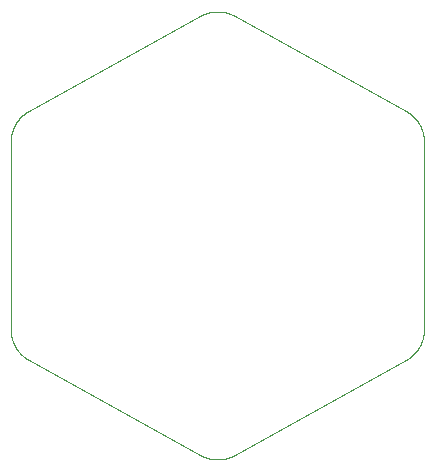
<source format=gbr>
%TF.GenerationSoftware,KiCad,Pcbnew,9.0.6*%
%TF.CreationDate,2025-11-25T14:35:57-05:00*%
%TF.ProjectId,Badge_NFC,42616467-655f-44e4-9643-2e6b69636164,rev?*%
%TF.SameCoordinates,Original*%
%TF.FileFunction,Profile,NP*%
%FSLAX46Y46*%
G04 Gerber Fmt 4.6, Leading zero omitted, Abs format (unit mm)*
G04 Created by KiCad (PCBNEW 9.0.6) date 2025-11-25 14:35:57*
%MOMM*%
%LPD*%
G01*
G04 APERTURE LIST*
%ADD10C,0.050000*%
%TA.AperFunction,Profile*%
%ADD11C,0.050000*%
%TD*%
G04 APERTURE END LIST*
D10*
X85101240Y-113585929D02*
X85087681Y-113578371D01*
X85074164Y-113570744D01*
X85060688Y-113563049D01*
X85047255Y-113555287D01*
X85033865Y-113547456D01*
X85020517Y-113539558D01*
X85007212Y-113531592D01*
X84993950Y-113523560D01*
X84980731Y-113515459D01*
X84967557Y-113507292D01*
X84954426Y-113499059D01*
X84941340Y-113490758D01*
X84928298Y-113482391D01*
X84915301Y-113473958D01*
X84902349Y-113465459D01*
X84889443Y-113456894D01*
X84876582Y-113448263D01*
X84863766Y-113439567D01*
X84850997Y-113430805D01*
X84838275Y-113421978D01*
X84825599Y-113413086D01*
X84812969Y-113404130D01*
X84800387Y-113395109D01*
X84787853Y-113386023D01*
X84775366Y-113376874D01*
X84762928Y-113367660D01*
X84750537Y-113358383D01*
X84738195Y-113349042D01*
X84725902Y-113339638D01*
X84713659Y-113330171D01*
X84701464Y-113320641D01*
X84689319Y-113311048D01*
X84677224Y-113301393D01*
X84665180Y-113291676D01*
X84653186Y-113281896D01*
X84641242Y-113272055D01*
X84629350Y-113262153D01*
X84617509Y-113252189D01*
X84605720Y-113242164D01*
X84593983Y-113232078D01*
X84582298Y-113221932D01*
X84570665Y-113211725D01*
X84559085Y-113201458D01*
X84547559Y-113191131D01*
X84536085Y-113180745D01*
X84524665Y-113170300D01*
X84513300Y-113159795D01*
X84501988Y-113149231D01*
X84490731Y-113138609D01*
X84479528Y-113127929D01*
X84468381Y-113117191D01*
X84457288Y-113106395D01*
X84446252Y-113095541D01*
X84435271Y-113084630D01*
X84424347Y-113073663D01*
X84413479Y-113062638D01*
X84402667Y-113051558D01*
X84391913Y-113040421D01*
X84381216Y-113029228D01*
X84370576Y-113017980D01*
X84359995Y-113006677D01*
X84349471Y-112995318D01*
X84339006Y-112983905D01*
X84328600Y-112972438D01*
X84318252Y-112960917D01*
X84307964Y-112949342D01*
X84297735Y-112937713D01*
X84287566Y-112926031D01*
X84277457Y-112914297D01*
X84267409Y-112902510D01*
X84257421Y-112890671D01*
X84247494Y-112878780D01*
X84237628Y-112866837D01*
X84227824Y-112854843D01*
X84218081Y-112842799D01*
X84208400Y-112830703D01*
X84198781Y-112818558D01*
X84189225Y-112806362D01*
X84179732Y-112794117D01*
X84170302Y-112781823D01*
X84160935Y-112769480D01*
X84151631Y-112757088D01*
X84142392Y-112744648D01*
X84133216Y-112732160D01*
X84124105Y-112719624D01*
X84115058Y-112707041D01*
X84106076Y-112694412D01*
X84097159Y-112681736D01*
X84088307Y-112669013D01*
X84079521Y-112656245D01*
X84070801Y-112643431D01*
X84062147Y-112630573D01*
X84053559Y-112617669D01*
X84045038Y-112604721D01*
X84036584Y-112591730D01*
X84028196Y-112578694D01*
X84019876Y-112565615D01*
X84011624Y-112552493D01*
X84003439Y-112539329D01*
X83995322Y-112526123D01*
X83987273Y-112512874D01*
X83979293Y-112499584D01*
X83971381Y-112486254D01*
X83967451Y-112479573D01*
X83963538Y-112472882D01*
X83959643Y-112466181D01*
X83955765Y-112459470D01*
X83951904Y-112452749D01*
X83948060Y-112446018D01*
X83944234Y-112439278D01*
X83940425Y-112432527D01*
X83936634Y-112425767D01*
X83932860Y-112418996D01*
X83929104Y-112412216D01*
X83925365Y-112405427D01*
X83921644Y-112398628D01*
X83917940Y-112391819D01*
X83914254Y-112385001D01*
X83910585Y-112378173D01*
X83906935Y-112371336D01*
X83903301Y-112364489D01*
X83899686Y-112357634D01*
X83896088Y-112350769D01*
X83892508Y-112343894D01*
X83888946Y-112337011D01*
X83885402Y-112330118D01*
X83881875Y-112323217D01*
X83878366Y-112316306D01*
X83874875Y-112309386D01*
X83871402Y-112302458D01*
X83867947Y-112295520D01*
X83864510Y-112288574D01*
X83861091Y-112281618D01*
X83857690Y-112274655D01*
X83854306Y-112267682D01*
X83850941Y-112260701D01*
X83847594Y-112253711D01*
X83844265Y-112246713D01*
X83840954Y-112239706D01*
X83837662Y-112232691D01*
X83834387Y-112225667D01*
X83831131Y-112218635D01*
X83827892Y-112211594D01*
X83824672Y-112204546D01*
X83821470Y-112197489D01*
X83818287Y-112190424D01*
X83815122Y-112183351D01*
X83811975Y-112176270D01*
X83808846Y-112169180D01*
X83805736Y-112162084D01*
X83802644Y-112154978D01*
X83799571Y-112147866D01*
X83796516Y-112140745D01*
X83793479Y-112133616D01*
X83790461Y-112126480D01*
X83787461Y-112119336D01*
X83784480Y-112112185D01*
X83781517Y-112105026D01*
X83778573Y-112097859D01*
X83775648Y-112090685D01*
X83772741Y-112083503D01*
X83769852Y-112076315D01*
X83766982Y-112069118D01*
X83764131Y-112061915D01*
X83761299Y-112054704D01*
X83758485Y-112047487D01*
X83755690Y-112040262D01*
X83752914Y-112033030D01*
X83750156Y-112025790D01*
X83747417Y-112018545D01*
X83744697Y-112011291D01*
X83741995Y-112004032D01*
X83739313Y-111996765D01*
X83736649Y-111989492D01*
X83734004Y-111982211D01*
X83731378Y-111974925D01*
X83728771Y-111967631D01*
X83726183Y-111960331D01*
X83723613Y-111953024D01*
X83721063Y-111945711D01*
X83718531Y-111938391D01*
X83716018Y-111931066D01*
X83713525Y-111923733D01*
X83711050Y-111916395D01*
X83708594Y-111909049D01*
X83706158Y-111901699D01*
X83703740Y-111894341D01*
X83701342Y-111886978D01*
X83698962Y-111879608D01*
X83696602Y-111872233D01*
X83694261Y-111864851D01*
X83691939Y-111857464D01*
X83689635Y-111850071D01*
X83687352Y-111842672D01*
X83685087Y-111835267D01*
X83682841Y-111827857D01*
X83680615Y-111820440D01*
X83678408Y-111813019D01*
X83676220Y-111805591D01*
X83674051Y-111798159D01*
X83671902Y-111790720D01*
X83669772Y-111783277D01*
X83667660Y-111775827D01*
X83665569Y-111768373D01*
X83663496Y-111760913D01*
X83661443Y-111753449D01*
X83659410Y-111745978D01*
X83657395Y-111738503D01*
X83655400Y-111731022D01*
X83653425Y-111723537D01*
X83651468Y-111716046D01*
X83649531Y-111708551D01*
X83647614Y-111701050D01*
X83645716Y-111693546D01*
X83643837Y-111686035D01*
X83641978Y-111678521D01*
X83640138Y-111671001D01*
X83638317Y-111663477D01*
X83636516Y-111655948D01*
X83634735Y-111648415D01*
X83632973Y-111640876D01*
X83631230Y-111633335D01*
X83629507Y-111625787D01*
X83627804Y-111618236D01*
X83626120Y-111610680D01*
X83624456Y-111603121D01*
X83622811Y-111595556D01*
X83621186Y-111587988D01*
X83619580Y-111580415D01*
X83617994Y-111572839D01*
X83616427Y-111565258D01*
X83614880Y-111557674D01*
X83613353Y-111550084D01*
X83611845Y-111542492D01*
X83610357Y-111534895D01*
X83608889Y-111527295D01*
X83607440Y-111519690D01*
X83606011Y-111512083D01*
X83604601Y-111504471D01*
X83603212Y-111496856D01*
X83601841Y-111489236D01*
X83600491Y-111481615D01*
X83599160Y-111473988D01*
X83597849Y-111466359D01*
X83596558Y-111458725D01*
X83595286Y-111451089D01*
X83594034Y-111443449D01*
X83592802Y-111435807D01*
X83591590Y-111428159D01*
X83590397Y-111420511D01*
X83589224Y-111412857D01*
X83588071Y-111405202D01*
X83586938Y-111397542D01*
X83585824Y-111389881D01*
X83584730Y-111382215D01*
X83583656Y-111374548D01*
X83582602Y-111366876D01*
X83581568Y-111359203D01*
X83580553Y-111351526D01*
X83579558Y-111343847D01*
X83578583Y-111336164D01*
X83577628Y-111328480D01*
X83576692Y-111320792D01*
X83575777Y-111313103D01*
X83574881Y-111305409D01*
X83574006Y-111297715D01*
X83573150Y-111290016D01*
X83572314Y-111282317D01*
X83571497Y-111274613D01*
X83570701Y-111266909D01*
X83569924Y-111259201D01*
X83569168Y-111251493D01*
X83568431Y-111243780D01*
X83567714Y-111236067D01*
X83567017Y-111228350D01*
X83566341Y-111220632D01*
X83565683Y-111212911D01*
X83565046Y-111205190D01*
X83564429Y-111197464D01*
X83563832Y-111189739D01*
X83563254Y-111182010D01*
X83562697Y-111174280D01*
X83562159Y-111166548D01*
X83561641Y-111158815D01*
X83561144Y-111151078D01*
X83560666Y-111143342D01*
X83560208Y-111135602D01*
X83559770Y-111127863D01*
X83559352Y-111120119D01*
X83558954Y-111112377D01*
X83558576Y-111104630D01*
X83558218Y-111096885D01*
X83557880Y-111089136D01*
X83557562Y-111081387D01*
X83557264Y-111073635D01*
X83556986Y-111065884D01*
X83556728Y-111058129D01*
X83556489Y-111050376D01*
X83556271Y-111042619D01*
X83556073Y-111034863D01*
X83555895Y-111027103D01*
X83555736Y-111019345D01*
X83555598Y-111011583D01*
X83555480Y-111003823D01*
X83555382Y-110996060D01*
X83555303Y-110988297D01*
X83555245Y-110980532D01*
X83555207Y-110972768D01*
X83555189Y-110965001D01*
X83555187Y-110961802D01*
X99601248Y-84446310D02*
X99614840Y-84438825D01*
X99628468Y-84431411D01*
X99642133Y-84424068D01*
X99655832Y-84416798D01*
X99669567Y-84409599D01*
X99683337Y-84402472D01*
X99697142Y-84395417D01*
X99710982Y-84388434D01*
X99724855Y-84381523D01*
X99738762Y-84374685D01*
X99752703Y-84367920D01*
X99766678Y-84361227D01*
X99780685Y-84354607D01*
X99794725Y-84348060D01*
X99808797Y-84341586D01*
X99822902Y-84335185D01*
X99837038Y-84328858D01*
X99851206Y-84322604D01*
X99865405Y-84316424D01*
X99879634Y-84310318D01*
X99893895Y-84304285D01*
X99908185Y-84298327D01*
X99922506Y-84292443D01*
X99936856Y-84286633D01*
X99951235Y-84280897D01*
X99965643Y-84275236D01*
X99980080Y-84269650D01*
X99994545Y-84264139D01*
X100009038Y-84258702D01*
X100023559Y-84253341D01*
X100038106Y-84248054D01*
X100052681Y-84242843D01*
X100067282Y-84237708D01*
X100081910Y-84232648D01*
X100096563Y-84227663D01*
X100111242Y-84222755D01*
X100125946Y-84217922D01*
X100140675Y-84213165D01*
X100155429Y-84208485D01*
X100170206Y-84203881D01*
X100185007Y-84199353D01*
X100199832Y-84194901D01*
X100214680Y-84190526D01*
X100229550Y-84186228D01*
X100244443Y-84182007D01*
X100259357Y-84177862D01*
X100274293Y-84173795D01*
X100289250Y-84169805D01*
X100304228Y-84165892D01*
X100319226Y-84162056D01*
X100334245Y-84158298D01*
X100349283Y-84154617D01*
X100364340Y-84151014D01*
X100379416Y-84147488D01*
X100394511Y-84144041D01*
X100409623Y-84140671D01*
X100424754Y-84137379D01*
X100439901Y-84134166D01*
X100455066Y-84131030D01*
X100470247Y-84127973D01*
X100485444Y-84124994D01*
X100500656Y-84122094D01*
X100515885Y-84119272D01*
X100531128Y-84116528D01*
X100546385Y-84113864D01*
X100561657Y-84111278D01*
X100576942Y-84108771D01*
X100592240Y-84106342D01*
X100607551Y-84103993D01*
X100622875Y-84101723D01*
X100638211Y-84099532D01*
X100653558Y-84097419D01*
X100668917Y-84095387D01*
X100684286Y-84093433D01*
X100699666Y-84091559D01*
X100715055Y-84089764D01*
X100730454Y-84088048D01*
X100745863Y-84086412D01*
X100761279Y-84084856D01*
X100776704Y-84083379D01*
X100792137Y-84081981D01*
X100807578Y-84080664D01*
X100823025Y-84079426D01*
X100838479Y-84078267D01*
X100853938Y-84077189D01*
X100869404Y-84076190D01*
X100884875Y-84075271D01*
X100900350Y-84074432D01*
X100915830Y-84073673D01*
X100931314Y-84072994D01*
X100946802Y-84072394D01*
X100962292Y-84071875D01*
X100977785Y-84071435D01*
X100993281Y-84071076D01*
X101008778Y-84070796D01*
X101024276Y-84070597D01*
X101039776Y-84070477D01*
X101055276Y-84070438D01*
X101063026Y-84070448D01*
X101070776Y-84070478D01*
X101078525Y-84070528D01*
X101086275Y-84070598D01*
X101094025Y-84070689D01*
X101101774Y-84070799D01*
X101109523Y-84070929D01*
X101117272Y-84071079D01*
X101125020Y-84071249D01*
X101132767Y-84071440D01*
X101140515Y-84071650D01*
X101148261Y-84071880D01*
X101156007Y-84072130D01*
X101163752Y-84072400D01*
X101171497Y-84072690D01*
X101179241Y-84073001D01*
X101186983Y-84073331D01*
X101194726Y-84073681D01*
X101202466Y-84074051D01*
X101210206Y-84074441D01*
X101217945Y-84074851D01*
X101225683Y-84075281D01*
X101233420Y-84075731D01*
X101241155Y-84076201D01*
X101248889Y-84076691D01*
X101256622Y-84077201D01*
X101264353Y-84077730D01*
X101272083Y-84078280D01*
X101279812Y-84078850D01*
X101287539Y-84079439D01*
X101295264Y-84080049D01*
X101302988Y-84080679D01*
X101310709Y-84081328D01*
X101318430Y-84081997D01*
X101326148Y-84082687D01*
X101333864Y-84083396D01*
X101341579Y-84084125D01*
X101349291Y-84084874D01*
X101357002Y-84085643D01*
X101364710Y-84086432D01*
X101372416Y-84087240D01*
X101380121Y-84088069D01*
X101387822Y-84088917D01*
X101395522Y-84089786D01*
X101403219Y-84090674D01*
X101410914Y-84091582D01*
X101418606Y-84092510D01*
X101426296Y-84093458D01*
X101433983Y-84094425D01*
X101441668Y-84095413D01*
X101449350Y-84096420D01*
X101457029Y-84097447D01*
X101464705Y-84098494D01*
X101472379Y-84099560D01*
X101480050Y-84100647D01*
X101487718Y-84101753D01*
X101495382Y-84102879D01*
X101503045Y-84104025D01*
X101510703Y-84105190D01*
X101518359Y-84106376D01*
X101526011Y-84107581D01*
X101533661Y-84108806D01*
X101541306Y-84110050D01*
X101548949Y-84111315D01*
X101556588Y-84112598D01*
X101564224Y-84113902D01*
X101571856Y-84115226D01*
X101579485Y-84116569D01*
X101587109Y-84117931D01*
X101594731Y-84119314D01*
X101602348Y-84120716D01*
X101609963Y-84122138D01*
X101617573Y-84123579D01*
X101625179Y-84125040D01*
X101632781Y-84126521D01*
X101640380Y-84128021D01*
X101647974Y-84129541D01*
X101655565Y-84131080D01*
X101663151Y-84132639D01*
X101670733Y-84134218D01*
X101678311Y-84135816D01*
X101685885Y-84137434D01*
X101693454Y-84139071D01*
X101701019Y-84140728D01*
X101708580Y-84142404D01*
X101716136Y-84144100D01*
X101723687Y-84145815D01*
X101731235Y-84147550D01*
X101738777Y-84149304D01*
X101746315Y-84151078D01*
X101753848Y-84152871D01*
X101761377Y-84154683D01*
X101768900Y-84156515D01*
X101776419Y-84158367D01*
X101783933Y-84160237D01*
X101791442Y-84162128D01*
X101798946Y-84164037D01*
X101806445Y-84165966D01*
X101813938Y-84167914D01*
X101821428Y-84169882D01*
X101828911Y-84171869D01*
X101836390Y-84173875D01*
X101843862Y-84175901D01*
X101851330Y-84177946D01*
X101858792Y-84180010D01*
X101866250Y-84182093D01*
X101873700Y-84184196D01*
X101881147Y-84186318D01*
X101888587Y-84188458D01*
X101896022Y-84190619D01*
X101903451Y-84192798D01*
X101910875Y-84194997D01*
X101918292Y-84197215D01*
X101925705Y-84199452D01*
X101933110Y-84201708D01*
X101940511Y-84203983D01*
X101947905Y-84206277D01*
X101955294Y-84208591D01*
X101962675Y-84210923D01*
X101970052Y-84213275D01*
X101977422Y-84215645D01*
X101984787Y-84218035D01*
X101992144Y-84220444D01*
X101999496Y-84222872D01*
X102006841Y-84225318D01*
X102014180Y-84227784D01*
X102021512Y-84230269D01*
X102028839Y-84232773D01*
X102036158Y-84235295D01*
X102043472Y-84237837D01*
X102050778Y-84240397D01*
X102058079Y-84242976D01*
X102065372Y-84245574D01*
X102072659Y-84248191D01*
X102079938Y-84250827D01*
X102087213Y-84253482D01*
X102094478Y-84256155D01*
X102101739Y-84258848D01*
X102108991Y-84261559D01*
X102116237Y-84264289D01*
X102123475Y-84267037D01*
X102130708Y-84269805D01*
X102137932Y-84272590D01*
X102145150Y-84275396D01*
X102152360Y-84278219D01*
X102159564Y-84281061D01*
X102166760Y-84283922D01*
X102173949Y-84286801D01*
X102181130Y-84289699D01*
X102188305Y-84292616D01*
X102195471Y-84295551D01*
X102202631Y-84298505D01*
X102209782Y-84301477D01*
X102216928Y-84304469D01*
X102224064Y-84307478D01*
X102231194Y-84310506D01*
X102238314Y-84313552D01*
X102245429Y-84316618D01*
X102252535Y-84319701D01*
X102259634Y-84322803D01*
X102266724Y-84325923D01*
X102273808Y-84329062D01*
X102280882Y-84332219D01*
X102287950Y-84335395D01*
X102295008Y-84338589D01*
X102302060Y-84341801D01*
X102309102Y-84345032D01*
X102316138Y-84348281D01*
X102323164Y-84351548D01*
X102330184Y-84354834D01*
X102337194Y-84358137D01*
X102344197Y-84361459D01*
X102351190Y-84364799D01*
X102358177Y-84368158D01*
X102365154Y-84371534D01*
X102372124Y-84374930D01*
X102379084Y-84378342D01*
X102386037Y-84381774D01*
X102392980Y-84385223D01*
X102399917Y-84388691D01*
X102406843Y-84392176D01*
X102413762Y-84395680D01*
X102420671Y-84399201D01*
X102427573Y-84402741D01*
X102434464Y-84406298D01*
X102441348Y-84409875D01*
X102448222Y-84413468D01*
X102455089Y-84417080D01*
X102461946Y-84420709D01*
X102468795Y-84424358D01*
X102475633Y-84428023D01*
X102482465Y-84431707D01*
X102489286Y-84435408D01*
X102496099Y-84439127D01*
X102509140Y-84446311D01*
X117009132Y-92480308D02*
X117022691Y-92487866D01*
X117036208Y-92495493D01*
X117049684Y-92503188D01*
X117063117Y-92510950D01*
X117076508Y-92518781D01*
X117089856Y-92526679D01*
X117103161Y-92534645D01*
X117116422Y-92542678D01*
X117129641Y-92550778D01*
X117142815Y-92558945D01*
X117155946Y-92567179D01*
X117169032Y-92575479D01*
X117182074Y-92583846D01*
X117195071Y-92592279D01*
X117208023Y-92600778D01*
X117220930Y-92609343D01*
X117233791Y-92617974D01*
X117246606Y-92626671D01*
X117259375Y-92635432D01*
X117272098Y-92644259D01*
X117284774Y-92653151D01*
X117297403Y-92662108D01*
X117309985Y-92671129D01*
X117322519Y-92680214D01*
X117335006Y-92689364D01*
X117347445Y-92698577D01*
X117359835Y-92707854D01*
X117372177Y-92717195D01*
X117384470Y-92726599D01*
X117396714Y-92736067D01*
X117408908Y-92745597D01*
X117421053Y-92755189D01*
X117433148Y-92764845D01*
X117445193Y-92774562D01*
X117457187Y-92784341D01*
X117469130Y-92794182D01*
X117481022Y-92804085D01*
X117492863Y-92814049D01*
X117504652Y-92824074D01*
X117516390Y-92834160D01*
X117528075Y-92844306D01*
X117539707Y-92854513D01*
X117551287Y-92864780D01*
X117562814Y-92875107D01*
X117574287Y-92885493D01*
X117585707Y-92895938D01*
X117597073Y-92906443D01*
X117608385Y-92917006D01*
X117619642Y-92927629D01*
X117630845Y-92938309D01*
X117641992Y-92949047D01*
X117653084Y-92959843D01*
X117664121Y-92970697D01*
X117675101Y-92981608D01*
X117686026Y-92992575D01*
X117696894Y-93003600D01*
X117707705Y-93014680D01*
X117718460Y-93025817D01*
X117729157Y-93037010D01*
X117739796Y-93048258D01*
X117750378Y-93059562D01*
X117760902Y-93070920D01*
X117771367Y-93082333D01*
X117781773Y-93093800D01*
X117792121Y-93105322D01*
X117802409Y-93116897D01*
X117812637Y-93128525D01*
X117822806Y-93140207D01*
X117832915Y-93151941D01*
X117842964Y-93163728D01*
X117852952Y-93175567D01*
X117862879Y-93187458D01*
X117872745Y-93199401D01*
X117882549Y-93211395D01*
X117892292Y-93223440D01*
X117901973Y-93235535D01*
X117911591Y-93247680D01*
X117921147Y-93259876D01*
X117930641Y-93272121D01*
X117940071Y-93284415D01*
X117949438Y-93296759D01*
X117958742Y-93309150D01*
X117967981Y-93321591D01*
X117977157Y-93334079D01*
X117986268Y-93346614D01*
X117995315Y-93359197D01*
X118004297Y-93371827D01*
X118013214Y-93384503D01*
X118022065Y-93397225D01*
X118030851Y-93409993D01*
X118039571Y-93422807D01*
X118048225Y-93435666D01*
X118056813Y-93448569D01*
X118065334Y-93461517D01*
X118073789Y-93474509D01*
X118082176Y-93487544D01*
X118090496Y-93500623D01*
X118098749Y-93513745D01*
X118106934Y-93526909D01*
X118115051Y-93540116D01*
X118123100Y-93553364D01*
X118131080Y-93566654D01*
X118138992Y-93579985D01*
X118142922Y-93586666D01*
X118146834Y-93593356D01*
X118150730Y-93600057D01*
X118154608Y-93606768D01*
X118158469Y-93613489D01*
X118162312Y-93620220D01*
X118166139Y-93626961D01*
X118169947Y-93633712D01*
X118173739Y-93640472D01*
X118177512Y-93647242D01*
X118181269Y-93654022D01*
X118185008Y-93660812D01*
X118188729Y-93667611D01*
X118192433Y-93674420D01*
X118196119Y-93681238D01*
X118199787Y-93688065D01*
X118203438Y-93694902D01*
X118207071Y-93701749D01*
X118210687Y-93708605D01*
X118214284Y-93715470D01*
X118217864Y-93722344D01*
X118221427Y-93729228D01*
X118224971Y-93736120D01*
X118228498Y-93743022D01*
X118232006Y-93749933D01*
X118235497Y-93756852D01*
X118238970Y-93763781D01*
X118242426Y-93770719D01*
X118245863Y-93777665D01*
X118249282Y-93784620D01*
X118252683Y-93791584D01*
X118256066Y-93798556D01*
X118259431Y-93805538D01*
X118262779Y-93812528D01*
X118266107Y-93819526D01*
X118269418Y-93826533D01*
X118272711Y-93833548D01*
X118275986Y-93840572D01*
X118279242Y-93847604D01*
X118282480Y-93854644D01*
X118285700Y-93861693D01*
X118288902Y-93868750D01*
X118292086Y-93875814D01*
X118295251Y-93882888D01*
X118298398Y-93889969D01*
X118301526Y-93897058D01*
X118304636Y-93904155D01*
X118307728Y-93911260D01*
X118310802Y-93918373D01*
X118313857Y-93925494D01*
X118316893Y-93932622D01*
X118319912Y-93939759D01*
X118322911Y-93946902D01*
X118325893Y-93954054D01*
X118328855Y-93961213D01*
X118331799Y-93968380D01*
X118334725Y-93975553D01*
X118337632Y-93982735D01*
X118340520Y-93989923D01*
X118343390Y-93997120D01*
X118346241Y-94004323D01*
X118349074Y-94011534D01*
X118351887Y-94018752D01*
X118354683Y-94025977D01*
X118357459Y-94033209D01*
X118360217Y-94040448D01*
X118362956Y-94047694D01*
X118365676Y-94054947D01*
X118368377Y-94062206D01*
X118371060Y-94069474D01*
X118373723Y-94076747D01*
X118376369Y-94084027D01*
X118378994Y-94091314D01*
X118381602Y-94098608D01*
X118384190Y-94105907D01*
X118386760Y-94113215D01*
X118389310Y-94120527D01*
X118391842Y-94127847D01*
X118394354Y-94135173D01*
X118396848Y-94142506D01*
X118399322Y-94149844D01*
X118401778Y-94157189D01*
X118404214Y-94164540D01*
X118406632Y-94171898D01*
X118409031Y-94179261D01*
X118411410Y-94186630D01*
X118413770Y-94194005D01*
X118416112Y-94201387D01*
X118418434Y-94208774D01*
X118420737Y-94216168D01*
X118423021Y-94223566D01*
X118425286Y-94230971D01*
X118427531Y-94238381D01*
X118429757Y-94245798D01*
X118431964Y-94253219D01*
X118434153Y-94260647D01*
X118436321Y-94268079D01*
X118438471Y-94275518D01*
X118440601Y-94282961D01*
X118442712Y-94290411D01*
X118444803Y-94297865D01*
X118446876Y-94305325D01*
X118448929Y-94312790D01*
X118450963Y-94320261D01*
X118452977Y-94327735D01*
X118454972Y-94335216D01*
X118456948Y-94342701D01*
X118458904Y-94350192D01*
X118460841Y-94357687D01*
X118462759Y-94365188D01*
X118464657Y-94372693D01*
X118466536Y-94380203D01*
X118468395Y-94387718D01*
X118470235Y-94395238D01*
X118472055Y-94402761D01*
X118473856Y-94410291D01*
X118475637Y-94417823D01*
X118477400Y-94425362D01*
X118479142Y-94432904D01*
X118480865Y-94440451D01*
X118482568Y-94448002D01*
X118484252Y-94455558D01*
X118485917Y-94463117D01*
X118487562Y-94470682D01*
X118489187Y-94478250D01*
X118490792Y-94485823D01*
X118492378Y-94493399D01*
X118493945Y-94500981D01*
X118495492Y-94508565D01*
X118497019Y-94516154D01*
X118498527Y-94523746D01*
X118500015Y-94531343D01*
X118501483Y-94538943D01*
X118502932Y-94546548D01*
X118504361Y-94554155D01*
X118505771Y-94561768D01*
X118507161Y-94569382D01*
X118508531Y-94577002D01*
X118509881Y-94584624D01*
X118511212Y-94592251D01*
X118512523Y-94599879D01*
X118513814Y-94607513D01*
X118515086Y-94615149D01*
X118516338Y-94622790D01*
X118517570Y-94630432D01*
X118518783Y-94638079D01*
X118519975Y-94645728D01*
X118521148Y-94653381D01*
X118522301Y-94661036D01*
X118523435Y-94668696D01*
X118524548Y-94676357D01*
X118525642Y-94684023D01*
X118526716Y-94691690D01*
X118527770Y-94699362D01*
X118528805Y-94707035D01*
X118529819Y-94714712D01*
X118530814Y-94722391D01*
X118531789Y-94730074D01*
X118532744Y-94737758D01*
X118533680Y-94745446D01*
X118534595Y-94753135D01*
X118535491Y-94760829D01*
X118536367Y-94768523D01*
X118537223Y-94776222D01*
X118538059Y-94783921D01*
X118538875Y-94791625D01*
X118539671Y-94799329D01*
X118540448Y-94807037D01*
X118541204Y-94814746D01*
X118541941Y-94822458D01*
X118542658Y-94830171D01*
X118543355Y-94837889D01*
X118544032Y-94845606D01*
X118544689Y-94853327D01*
X118545326Y-94861049D01*
X118545943Y-94868774D01*
X118546540Y-94876499D01*
X118547118Y-94884229D01*
X118547675Y-94891958D01*
X118548213Y-94899691D01*
X118548731Y-94907424D01*
X118549228Y-94915160D01*
X118549706Y-94922896D01*
X118550164Y-94930636D01*
X118550602Y-94938376D01*
X118551020Y-94946119D01*
X118551418Y-94953862D01*
X118551796Y-94961608D01*
X118552154Y-94969354D01*
X118552492Y-94977103D01*
X118552810Y-94984851D01*
X118553108Y-94992603D01*
X118553386Y-95000354D01*
X118553644Y-95008109D01*
X118553883Y-95015863D01*
X118554101Y-95023620D01*
X118554299Y-95031376D01*
X118554477Y-95039135D01*
X118554636Y-95046893D01*
X118554774Y-95054655D01*
X118554892Y-95062415D01*
X118554990Y-95070179D01*
X118555069Y-95077941D01*
X118555127Y-95085706D01*
X118555165Y-95093470D01*
X118555183Y-95101237D01*
X118555185Y-95104435D01*
D11*
X102509140Y-84446311D02*
X117009132Y-92480308D01*
X85101248Y-92480296D02*
X99601248Y-84446310D01*
X118555185Y-95104435D02*
X118555179Y-110961815D01*
D10*
X118555179Y-110961815D02*
X118555139Y-110977338D01*
X118555019Y-110992858D01*
X118554819Y-111008375D01*
X118554539Y-111023887D01*
X118554180Y-111039395D01*
X118553740Y-111054898D01*
X118553221Y-111070397D01*
X118552622Y-111085890D01*
X118551943Y-111101378D01*
X118551184Y-111116860D01*
X118550346Y-111132336D01*
X118549427Y-111147806D01*
X118548429Y-111163268D01*
X118547352Y-111178724D01*
X118546195Y-111194172D01*
X118544958Y-111209613D01*
X118543641Y-111225046D01*
X118542246Y-111240470D01*
X118540770Y-111255886D01*
X118539215Y-111271292D01*
X118537581Y-111286689D01*
X118535867Y-111302077D01*
X118534074Y-111317455D01*
X118532202Y-111332822D01*
X118530250Y-111348178D01*
X118528220Y-111363524D01*
X118526110Y-111378858D01*
X118523921Y-111394181D01*
X118521653Y-111409491D01*
X118519306Y-111424789D01*
X118516880Y-111440075D01*
X118514375Y-111455347D01*
X118511791Y-111470606D01*
X118509128Y-111485851D01*
X118506387Y-111501082D01*
X118503567Y-111516298D01*
X118500669Y-111531500D01*
X118497692Y-111546686D01*
X118494637Y-111561857D01*
X118491503Y-111577012D01*
X118488291Y-111592150D01*
X118485001Y-111607272D01*
X118481632Y-111622377D01*
X118478186Y-111637464D01*
X118474662Y-111652534D01*
X118471059Y-111667585D01*
X118467379Y-111682618D01*
X118463622Y-111697632D01*
X118459786Y-111712627D01*
X118455873Y-111727602D01*
X118451883Y-111742557D01*
X118447815Y-111757492D01*
X118443671Y-111772406D01*
X118439449Y-111787299D01*
X118435150Y-111802170D01*
X118430774Y-111817019D01*
X118426321Y-111831846D01*
X118421792Y-111846651D01*
X118417186Y-111861432D01*
X118412503Y-111876190D01*
X118407744Y-111890924D01*
X118402909Y-111905634D01*
X118397998Y-111920319D01*
X118393011Y-111934979D01*
X118387948Y-111949614D01*
X118382809Y-111964223D01*
X118377595Y-111978806D01*
X118372305Y-111993362D01*
X118366940Y-112007892D01*
X118361500Y-112022394D01*
X118355985Y-112036868D01*
X118350395Y-112051314D01*
X118344730Y-112065732D01*
X118338991Y-112080121D01*
X118333177Y-112094481D01*
X118327289Y-112108810D01*
X118321327Y-112123110D01*
X118315290Y-112137380D01*
X118309181Y-112151618D01*
X118302997Y-112165825D01*
X118296740Y-112180001D01*
X118290410Y-112194144D01*
X118284006Y-112208255D01*
X118277530Y-112222334D01*
X118270980Y-112236379D01*
X118264359Y-112250390D01*
X118257664Y-112264368D01*
X118250898Y-112278311D01*
X118244060Y-112292220D01*
X118237149Y-112306093D01*
X118230167Y-112319930D01*
X118223114Y-112333732D01*
X118215989Y-112347498D01*
X118208793Y-112361226D01*
X118201526Y-112374918D01*
X118194189Y-112388572D01*
X118186781Y-112402189D01*
X118179303Y-112415767D01*
X118171755Y-112429306D01*
X118164137Y-112442807D01*
X118156449Y-112456268D01*
X118148692Y-112469689D01*
X118140866Y-112483070D01*
X118136927Y-112489746D01*
X118132971Y-112496411D01*
X118128997Y-112503066D01*
X118125007Y-112509711D01*
X118120999Y-112516345D01*
X118116974Y-112522969D01*
X118112932Y-112529583D01*
X118108873Y-112536186D01*
X118104797Y-112542779D01*
X118100704Y-112549361D01*
X118096595Y-112555933D01*
X118092468Y-112562494D01*
X118088324Y-112569044D01*
X118084163Y-112575583D01*
X118079986Y-112582112D01*
X118075791Y-112588630D01*
X118071580Y-112595137D01*
X118067352Y-112601633D01*
X118063108Y-112608118D01*
X118058847Y-112614592D01*
X118054569Y-112621055D01*
X118050274Y-112627507D01*
X118045963Y-112633948D01*
X118041635Y-112640378D01*
X118037291Y-112646796D01*
X118032930Y-112653204D01*
X118028553Y-112659599D01*
X118024159Y-112665984D01*
X118019749Y-112672357D01*
X118015322Y-112678718D01*
X118010879Y-112685068D01*
X118006419Y-112691407D01*
X118001944Y-112697734D01*
X117997452Y-112704049D01*
X117992944Y-112710353D01*
X117988419Y-112716645D01*
X117983879Y-112722925D01*
X117979322Y-112729194D01*
X117974750Y-112735450D01*
X117970161Y-112741695D01*
X117965556Y-112747927D01*
X117960935Y-112754148D01*
X117956298Y-112760356D01*
X117951645Y-112766553D01*
X117946976Y-112772738D01*
X117942291Y-112778910D01*
X117937591Y-112785070D01*
X117932874Y-112791218D01*
X117928142Y-112797354D01*
X117923394Y-112803477D01*
X117918631Y-112809588D01*
X117913851Y-112815687D01*
X117909056Y-112821773D01*
X117904246Y-112827846D01*
X117899420Y-112833907D01*
X117894578Y-112839956D01*
X117889720Y-112845992D01*
X117884847Y-112852015D01*
X117879959Y-112858026D01*
X117875055Y-112864024D01*
X117870137Y-112870008D01*
X117865202Y-112875981D01*
X117860252Y-112881940D01*
X117855287Y-112887887D01*
X117850307Y-112893820D01*
X117845311Y-112899741D01*
X117840301Y-112905648D01*
X117835274Y-112911543D01*
X117830234Y-112917424D01*
X117825177Y-112923293D01*
X117820106Y-112929147D01*
X117815020Y-112934990D01*
X117809919Y-112940818D01*
X117804802Y-112946634D01*
X117799672Y-112952435D01*
X117794525Y-112958224D01*
X117789365Y-112963999D01*
X117784189Y-112969762D01*
X117778999Y-112975509D01*
X117773793Y-112981245D01*
X117768574Y-112986966D01*
X117763339Y-112992674D01*
X117758090Y-112998367D01*
X117752826Y-113004048D01*
X117747548Y-113009714D01*
X117742255Y-113015368D01*
X117736948Y-113021006D01*
X117731625Y-113026632D01*
X117726289Y-113032243D01*
X117720938Y-113037841D01*
X117715574Y-113043424D01*
X117710194Y-113048994D01*
X117704801Y-113054550D01*
X117699392Y-113060092D01*
X117693970Y-113065619D01*
X117688534Y-113071133D01*
X117683084Y-113076632D01*
X117677618Y-113082117D01*
X117672140Y-113087588D01*
X117666647Y-113093045D01*
X117661141Y-113098487D01*
X117655619Y-113103915D01*
X117650085Y-113109329D01*
X117644536Y-113114728D01*
X117638974Y-113120113D01*
X117633397Y-113125484D01*
X117627808Y-113130839D01*
X117622203Y-113136181D01*
X117616586Y-113141508D01*
X117610954Y-113146821D01*
X117605310Y-113152118D01*
X117599651Y-113157401D01*
X117593979Y-113162669D01*
X117588293Y-113167923D01*
X117582594Y-113173162D01*
X117576881Y-113178386D01*
X117571156Y-113183595D01*
X117565415Y-113188790D01*
X117559663Y-113193969D01*
X117553896Y-113199134D01*
X117548117Y-113204284D01*
X117542324Y-113209419D01*
X117536518Y-113214538D01*
X117530698Y-113219643D01*
X117524867Y-113224732D01*
X117519020Y-113229808D01*
X117513162Y-113234866D01*
X117507290Y-113239911D01*
X117501406Y-113244940D01*
X117495507Y-113249954D01*
X117489597Y-113254952D01*
X117483673Y-113259936D01*
X117477737Y-113264903D01*
X117471787Y-113269857D01*
X117465826Y-113274793D01*
X117459850Y-113279716D01*
X117453863Y-113284622D01*
X117447862Y-113289513D01*
X117441850Y-113294388D01*
X117435824Y-113299249D01*
X117429786Y-113304093D01*
X117423734Y-113308922D01*
X117417672Y-113313735D01*
X117411595Y-113318533D01*
X117405508Y-113323314D01*
X117399406Y-113328081D01*
X117393294Y-113332831D01*
X117387168Y-113337567D01*
X117381031Y-113342285D01*
X117374880Y-113346989D01*
X117368718Y-113351676D01*
X117362543Y-113356348D01*
X117356357Y-113361003D01*
X117350157Y-113365644D01*
X117343947Y-113370267D01*
X117337723Y-113374876D01*
X117331489Y-113379467D01*
X117325241Y-113384044D01*
X117318983Y-113388603D01*
X117312711Y-113393147D01*
X117306429Y-113397675D01*
X117300133Y-113402187D01*
X117293827Y-113406682D01*
X117287508Y-113411162D01*
X117281179Y-113415624D01*
X117274836Y-113420072D01*
X117268483Y-113424502D01*
X117262117Y-113428917D01*
X117255741Y-113433315D01*
X117249351Y-113437697D01*
X117242952Y-113442062D01*
X117236540Y-113446412D01*
X117230117Y-113450745D01*
X117223682Y-113455061D01*
X117217237Y-113459361D01*
X117210778Y-113463645D01*
X117204310Y-113467912D01*
X117197829Y-113472163D01*
X117191339Y-113476396D01*
X117184835Y-113480614D01*
X117178322Y-113484815D01*
X117171796Y-113489000D01*
X117165261Y-113493167D01*
X117158713Y-113497318D01*
X117152155Y-113501452D01*
X117145584Y-113505571D01*
X117139005Y-113509671D01*
X117132412Y-113513756D01*
X117125811Y-113517823D01*
X117119196Y-113521875D01*
X117112573Y-113525908D01*
X117105936Y-113529926D01*
X117099291Y-113533926D01*
X117092633Y-113537910D01*
X117085966Y-113541876D01*
X117079287Y-113545826D01*
X117072599Y-113549759D01*
X117065898Y-113553675D01*
X117059189Y-113557574D01*
X117052466Y-113561456D01*
X117045736Y-113565321D01*
X117038993Y-113569169D01*
X117032241Y-113573000D01*
X117025477Y-113576814D01*
X117018704Y-113580610D01*
X117011919Y-113584391D01*
X117009124Y-113585941D01*
D11*
X117009124Y-113585941D02*
X102509125Y-121619927D01*
D10*
X102509125Y-121619927D02*
X102495533Y-121627412D01*
X102481905Y-121634826D01*
X102468240Y-121642169D01*
X102454541Y-121649439D01*
X102440805Y-121656638D01*
X102427035Y-121663765D01*
X102413230Y-121670821D01*
X102399391Y-121677803D01*
X102385518Y-121684714D01*
X102371610Y-121691552D01*
X102357669Y-121698318D01*
X102343695Y-121705010D01*
X102329688Y-121711630D01*
X102315648Y-121718177D01*
X102301575Y-121724651D01*
X102287471Y-121731052D01*
X102273334Y-121737379D01*
X102259167Y-121743633D01*
X102244968Y-121749813D01*
X102230738Y-121755919D01*
X102216478Y-121761952D01*
X102202187Y-121767910D01*
X102187867Y-121773794D01*
X102173517Y-121779604D01*
X102159137Y-121785340D01*
X102144729Y-121791001D01*
X102130292Y-121796587D01*
X102115827Y-121802098D01*
X102101334Y-121807535D01*
X102086814Y-121812896D01*
X102072266Y-121818183D01*
X102057691Y-121823394D01*
X102043090Y-121828529D01*
X102028462Y-121833589D01*
X102013809Y-121838574D01*
X101999130Y-121843482D01*
X101984426Y-121848315D01*
X101969697Y-121853072D01*
X101954943Y-121857752D01*
X101940166Y-121862357D01*
X101925364Y-121866885D01*
X101910540Y-121871336D01*
X101895692Y-121875711D01*
X101880822Y-121880009D01*
X101865929Y-121884230D01*
X101851015Y-121888375D01*
X101836079Y-121892442D01*
X101821122Y-121896433D01*
X101806144Y-121900346D01*
X101791145Y-121904181D01*
X101776127Y-121907940D01*
X101761089Y-121911620D01*
X101746032Y-121915224D01*
X101730956Y-121918749D01*
X101715861Y-121922197D01*
X101700748Y-121925566D01*
X101685618Y-121928858D01*
X101670471Y-121932072D01*
X101655306Y-121935207D01*
X101640125Y-121938264D01*
X101624928Y-121941243D01*
X101609715Y-121944144D01*
X101594487Y-121946966D01*
X101579244Y-121949709D01*
X101563987Y-121952374D01*
X101548715Y-121954960D01*
X101533430Y-121957467D01*
X101518131Y-121959895D01*
X101502820Y-121962244D01*
X101487496Y-121964515D01*
X101472161Y-121966706D01*
X101456813Y-121968818D01*
X101441455Y-121970851D01*
X101426085Y-121972804D01*
X101410706Y-121974679D01*
X101395316Y-121976474D01*
X101379917Y-121978189D01*
X101364509Y-121979825D01*
X101349092Y-121981382D01*
X101333667Y-121982859D01*
X101318234Y-121984256D01*
X101302794Y-121985574D01*
X101287347Y-121986812D01*
X101271893Y-121987970D01*
X101256433Y-121989049D01*
X101240968Y-121990047D01*
X101225497Y-121990966D01*
X101210021Y-121991805D01*
X101194541Y-121992564D01*
X101179057Y-121993244D01*
X101163570Y-121993843D01*
X101148079Y-121994363D01*
X101132586Y-121994802D01*
X101117091Y-121995162D01*
X101101594Y-121995441D01*
X101086095Y-121995641D01*
X101070596Y-121995760D01*
X101055096Y-121995800D01*
X101047346Y-121995790D01*
X101039596Y-121995759D01*
X101031846Y-121995709D01*
X101024096Y-121995639D01*
X101016347Y-121995549D01*
X101008597Y-121995439D01*
X101000849Y-121995308D01*
X100993100Y-121995158D01*
X100985352Y-121994988D01*
X100977604Y-121994798D01*
X100969857Y-121994588D01*
X100962110Y-121994357D01*
X100954364Y-121994107D01*
X100946619Y-121993837D01*
X100938875Y-121993547D01*
X100931131Y-121993237D01*
X100923388Y-121992907D01*
X100915646Y-121992557D01*
X100907905Y-121992186D01*
X100900165Y-121991796D01*
X100892426Y-121991386D01*
X100884688Y-121990956D01*
X100876952Y-121990506D01*
X100869216Y-121990037D01*
X100861482Y-121989547D01*
X100853750Y-121989037D01*
X100846018Y-121988507D01*
X100838288Y-121987957D01*
X100830560Y-121987388D01*
X100822833Y-121986798D01*
X100815108Y-121986188D01*
X100807384Y-121985559D01*
X100799662Y-121984909D01*
X100791942Y-121984240D01*
X100784224Y-121983551D01*
X100776507Y-121982842D01*
X100768793Y-121982112D01*
X100761080Y-121981363D01*
X100753370Y-121980595D01*
X100745661Y-121979806D01*
X100737955Y-121978997D01*
X100730251Y-121978168D01*
X100722549Y-121977320D01*
X100714850Y-121976452D01*
X100707153Y-121975564D01*
X100699458Y-121974655D01*
X100691766Y-121973728D01*
X100684076Y-121972780D01*
X100676389Y-121971812D01*
X100668704Y-121970825D01*
X100661022Y-121969818D01*
X100653343Y-121968791D01*
X100645666Y-121967744D01*
X100637992Y-121966677D01*
X100630322Y-121965591D01*
X100622654Y-121964484D01*
X100614989Y-121963358D01*
X100607327Y-121962212D01*
X100599669Y-121961047D01*
X100592013Y-121959862D01*
X100584361Y-121958657D01*
X100576711Y-121957432D01*
X100569066Y-121956187D01*
X100561423Y-121954923D01*
X100553784Y-121953639D01*
X100546148Y-121952335D01*
X100538516Y-121951012D01*
X100530887Y-121949669D01*
X100523262Y-121948306D01*
X100515641Y-121946924D01*
X100508023Y-121945522D01*
X100500409Y-121944100D01*
X100492799Y-121942658D01*
X100485193Y-121941197D01*
X100477591Y-121939717D01*
X100469992Y-121938216D01*
X100462398Y-121936697D01*
X100454807Y-121935157D01*
X100447221Y-121933598D01*
X100439638Y-121932020D01*
X100432061Y-121930422D01*
X100424487Y-121928804D01*
X100416918Y-121927167D01*
X100409352Y-121925510D01*
X100401792Y-121923834D01*
X100394236Y-121922138D01*
X100386685Y-121920423D01*
X100379137Y-121918688D01*
X100371595Y-121916934D01*
X100364057Y-121915160D01*
X100356524Y-121913367D01*
X100348995Y-121911554D01*
X100341472Y-121909722D01*
X100333953Y-121907871D01*
X100326439Y-121906000D01*
X100318930Y-121904110D01*
X100311426Y-121902200D01*
X100303927Y-121900271D01*
X100296434Y-121898323D01*
X100288944Y-121896355D01*
X100281461Y-121894369D01*
X100273982Y-121892362D01*
X100266510Y-121890337D01*
X100259042Y-121888292D01*
X100251580Y-121886228D01*
X100244122Y-121884144D01*
X100236672Y-121882042D01*
X100229225Y-121879920D01*
X100221785Y-121877779D01*
X100214350Y-121875619D01*
X100206921Y-121873439D01*
X100199497Y-121871240D01*
X100192080Y-121869023D01*
X100184667Y-121866786D01*
X100177262Y-121864530D01*
X100169861Y-121862254D01*
X100162468Y-121859960D01*
X100155078Y-121857647D01*
X100147697Y-121855314D01*
X100140320Y-121852962D01*
X100132950Y-121850592D01*
X100125586Y-121848202D01*
X100118229Y-121845794D01*
X100110876Y-121843366D01*
X100103532Y-121840919D01*
X100096192Y-121838453D01*
X100088860Y-121835969D01*
X100081533Y-121833465D01*
X100074214Y-121830943D01*
X100066900Y-121828401D01*
X100059594Y-121825841D01*
X100052293Y-121823261D01*
X100045001Y-121820663D01*
X100037713Y-121818046D01*
X100030434Y-121815411D01*
X100023160Y-121812756D01*
X100015894Y-121810082D01*
X100008634Y-121807390D01*
X100001382Y-121804679D01*
X99994135Y-121801949D01*
X99986897Y-121799200D01*
X99979665Y-121796433D01*
X99972441Y-121793647D01*
X99965222Y-121790842D01*
X99958012Y-121788019D01*
X99950808Y-121785176D01*
X99943613Y-121782316D01*
X99936423Y-121779436D01*
X99929243Y-121776538D01*
X99922068Y-121773621D01*
X99914902Y-121770686D01*
X99907741Y-121767732D01*
X99900590Y-121764760D01*
X99893445Y-121761769D01*
X99886309Y-121758760D01*
X99879179Y-121755731D01*
X99872058Y-121752685D01*
X99864943Y-121749620D01*
X99857838Y-121746537D01*
X99850739Y-121743434D01*
X99843649Y-121740314D01*
X99836565Y-121737175D01*
X99829491Y-121734018D01*
X99822423Y-121730842D01*
X99815365Y-121727649D01*
X99808313Y-121724436D01*
X99801270Y-121721206D01*
X99794235Y-121717957D01*
X99787208Y-121714690D01*
X99780189Y-121711404D01*
X99773179Y-121708101D01*
X99766176Y-121704778D01*
X99759182Y-121701438D01*
X99752196Y-121698079D01*
X99745219Y-121694703D01*
X99738249Y-121691308D01*
X99731289Y-121687895D01*
X99724335Y-121684464D01*
X99717392Y-121681015D01*
X99710456Y-121677547D01*
X99703530Y-121674062D01*
X99696611Y-121670558D01*
X99689702Y-121667037D01*
X99682800Y-121663496D01*
X99675909Y-121659939D01*
X99669024Y-121656363D01*
X99662150Y-121652770D01*
X99655284Y-121649157D01*
X99648427Y-121645528D01*
X99641578Y-121641880D01*
X99634739Y-121638215D01*
X99627908Y-121634531D01*
X99621087Y-121630830D01*
X99614274Y-121627110D01*
X99601232Y-121619926D01*
D11*
X99601232Y-121619926D02*
X85101240Y-113585929D01*
X83555187Y-110961802D02*
X83555193Y-95104422D01*
D10*
X83555193Y-95104422D02*
X83555233Y-95088899D01*
X83555353Y-95073379D01*
X83555553Y-95057862D01*
X83555833Y-95042350D01*
X83556192Y-95026842D01*
X83556632Y-95011339D01*
X83557151Y-94995840D01*
X83557750Y-94980347D01*
X83558429Y-94964859D01*
X83559188Y-94949377D01*
X83560026Y-94933901D01*
X83560945Y-94918431D01*
X83561943Y-94902969D01*
X83563020Y-94887513D01*
X83564177Y-94872065D01*
X83565414Y-94856624D01*
X83566731Y-94841191D01*
X83568126Y-94825767D01*
X83569602Y-94810351D01*
X83571157Y-94794945D01*
X83572791Y-94779548D01*
X83574505Y-94764160D01*
X83576298Y-94748782D01*
X83578170Y-94733415D01*
X83580122Y-94718059D01*
X83582152Y-94702713D01*
X83584262Y-94687379D01*
X83586451Y-94672056D01*
X83588719Y-94656746D01*
X83591066Y-94641448D01*
X83593492Y-94626162D01*
X83595997Y-94610890D01*
X83598581Y-94595631D01*
X83601244Y-94580386D01*
X83603985Y-94565155D01*
X83606805Y-94549939D01*
X83609703Y-94534737D01*
X83612680Y-94519551D01*
X83615735Y-94504380D01*
X83618869Y-94489225D01*
X83622081Y-94474087D01*
X83625371Y-94458965D01*
X83628740Y-94443860D01*
X83632186Y-94428773D01*
X83635710Y-94413703D01*
X83639313Y-94398652D01*
X83642993Y-94383619D01*
X83646750Y-94368605D01*
X83650586Y-94353610D01*
X83654499Y-94338635D01*
X83658489Y-94323680D01*
X83662557Y-94308745D01*
X83666701Y-94293831D01*
X83670923Y-94278938D01*
X83675222Y-94264067D01*
X83679598Y-94249218D01*
X83684051Y-94234391D01*
X83688580Y-94219586D01*
X83693186Y-94204805D01*
X83697869Y-94190047D01*
X83702628Y-94175313D01*
X83707463Y-94160603D01*
X83712374Y-94145918D01*
X83717361Y-94131258D01*
X83722424Y-94116623D01*
X83727563Y-94102014D01*
X83732777Y-94087431D01*
X83738067Y-94072875D01*
X83743432Y-94058345D01*
X83748872Y-94043843D01*
X83754387Y-94029369D01*
X83759977Y-94014923D01*
X83765642Y-94000505D01*
X83771381Y-93986116D01*
X83777195Y-93971756D01*
X83783083Y-93957427D01*
X83789045Y-93943127D01*
X83795082Y-93928857D01*
X83801191Y-93914619D01*
X83807375Y-93900412D01*
X83813632Y-93886236D01*
X83819962Y-93872093D01*
X83826366Y-93857982D01*
X83832842Y-93843903D01*
X83839392Y-93829858D01*
X83846013Y-93815847D01*
X83852708Y-93801869D01*
X83859474Y-93787926D01*
X83866312Y-93774017D01*
X83873223Y-93760144D01*
X83880205Y-93746307D01*
X83887258Y-93732505D01*
X83894383Y-93718739D01*
X83901579Y-93705011D01*
X83908846Y-93691319D01*
X83916183Y-93677665D01*
X83923591Y-93664048D01*
X83931069Y-93650470D01*
X83938617Y-93636931D01*
X83946235Y-93623430D01*
X83953923Y-93609969D01*
X83961680Y-93596548D01*
X83969506Y-93583167D01*
X83973445Y-93576491D01*
X83977401Y-93569826D01*
X83981375Y-93563171D01*
X83985365Y-93556526D01*
X83989373Y-93549892D01*
X83993398Y-93543268D01*
X83997440Y-93536654D01*
X84001499Y-93530051D01*
X84005575Y-93523458D01*
X84009668Y-93516876D01*
X84013777Y-93510304D01*
X84017904Y-93503743D01*
X84022048Y-93497193D01*
X84026209Y-93490654D01*
X84030386Y-93484125D01*
X84034581Y-93477607D01*
X84038792Y-93471100D01*
X84043020Y-93464604D01*
X84047264Y-93458119D01*
X84051525Y-93451645D01*
X84055803Y-93445182D01*
X84060098Y-93438730D01*
X84064409Y-93432289D01*
X84068737Y-93425859D01*
X84073081Y-93419441D01*
X84077442Y-93413033D01*
X84081819Y-93406638D01*
X84086213Y-93400253D01*
X84090623Y-93393880D01*
X84095050Y-93387519D01*
X84099493Y-93381169D01*
X84103953Y-93374830D01*
X84108428Y-93368503D01*
X84112920Y-93362188D01*
X84117428Y-93355884D01*
X84121953Y-93349592D01*
X84126493Y-93343312D01*
X84131050Y-93337043D01*
X84135622Y-93330787D01*
X84140211Y-93324542D01*
X84144816Y-93318310D01*
X84149437Y-93312089D01*
X84154074Y-93305881D01*
X84158727Y-93299684D01*
X84163396Y-93293499D01*
X84168081Y-93287327D01*
X84172781Y-93281167D01*
X84177498Y-93275019D01*
X84182230Y-93268883D01*
X84186978Y-93262760D01*
X84191741Y-93256649D01*
X84196521Y-93250550D01*
X84201316Y-93244464D01*
X84206126Y-93238391D01*
X84210952Y-93232330D01*
X84215794Y-93226281D01*
X84220652Y-93220245D01*
X84225525Y-93214222D01*
X84230413Y-93208211D01*
X84235317Y-93202213D01*
X84240235Y-93196229D01*
X84245170Y-93190256D01*
X84250120Y-93184297D01*
X84255085Y-93178350D01*
X84260065Y-93172417D01*
X84265061Y-93166496D01*
X84270071Y-93160589D01*
X84275098Y-93154694D01*
X84280138Y-93148813D01*
X84285195Y-93142944D01*
X84290266Y-93137090D01*
X84295352Y-93131247D01*
X84300453Y-93125419D01*
X84305570Y-93119603D01*
X84310700Y-93113802D01*
X84315847Y-93108013D01*
X84321007Y-93102238D01*
X84326183Y-93096475D01*
X84331373Y-93090728D01*
X84336579Y-93084992D01*
X84341798Y-93079271D01*
X84347033Y-93073563D01*
X84352282Y-93067870D01*
X84357546Y-93062189D01*
X84362824Y-93056523D01*
X84368117Y-93050869D01*
X84373424Y-93045231D01*
X84378747Y-93039605D01*
X84384083Y-93033994D01*
X84389434Y-93028396D01*
X84394798Y-93022813D01*
X84400178Y-93017243D01*
X84405571Y-93011687D01*
X84410980Y-93006145D01*
X84416402Y-93000618D01*
X84421838Y-92995104D01*
X84427288Y-92989605D01*
X84432754Y-92984120D01*
X84438232Y-92978649D01*
X84443725Y-92973192D01*
X84449231Y-92967750D01*
X84454753Y-92962322D01*
X84460287Y-92956908D01*
X84465836Y-92951509D01*
X84471398Y-92946124D01*
X84476975Y-92940753D01*
X84482564Y-92935398D01*
X84488169Y-92930056D01*
X84493786Y-92924729D01*
X84499418Y-92919416D01*
X84505062Y-92914119D01*
X84510721Y-92908836D01*
X84516393Y-92903568D01*
X84522079Y-92898314D01*
X84527778Y-92893075D01*
X84533491Y-92887851D01*
X84539216Y-92882642D01*
X84544957Y-92877447D01*
X84550709Y-92872268D01*
X84556476Y-92867103D01*
X84562255Y-92861953D01*
X84568048Y-92856818D01*
X84573854Y-92851699D01*
X84579674Y-92846594D01*
X84585505Y-92841505D01*
X84591352Y-92836429D01*
X84597210Y-92831371D01*
X84603082Y-92826326D01*
X84608966Y-92821297D01*
X84614865Y-92816283D01*
X84620775Y-92811285D01*
X84626699Y-92806301D01*
X84632635Y-92801334D01*
X84638585Y-92796380D01*
X84644546Y-92791444D01*
X84650522Y-92786521D01*
X84656509Y-92781615D01*
X84662510Y-92776724D01*
X84668522Y-92771849D01*
X84674548Y-92766988D01*
X84680586Y-92762144D01*
X84686638Y-92757315D01*
X84692700Y-92752502D01*
X84698777Y-92747704D01*
X84704864Y-92742923D01*
X84710966Y-92738156D01*
X84717078Y-92733406D01*
X84723204Y-92728670D01*
X84729341Y-92723952D01*
X84735492Y-92719248D01*
X84741654Y-92714561D01*
X84747829Y-92709889D01*
X84754015Y-92705234D01*
X84760215Y-92700593D01*
X84766425Y-92695970D01*
X84772649Y-92691361D01*
X84778883Y-92686770D01*
X84785131Y-92682193D01*
X84791389Y-92677634D01*
X84797661Y-92673090D01*
X84803943Y-92668562D01*
X84810239Y-92664050D01*
X84816545Y-92659555D01*
X84822864Y-92655075D01*
X84829193Y-92650613D01*
X84835536Y-92646165D01*
X84841889Y-92641735D01*
X84848255Y-92637320D01*
X84854631Y-92632922D01*
X84861021Y-92628540D01*
X84867420Y-92624175D01*
X84873832Y-92619825D01*
X84880255Y-92615492D01*
X84886690Y-92611176D01*
X84893135Y-92606876D01*
X84899594Y-92602592D01*
X84906062Y-92598325D01*
X84912543Y-92594074D01*
X84919033Y-92589841D01*
X84925537Y-92585623D01*
X84932050Y-92581422D01*
X84938576Y-92577237D01*
X84945111Y-92573070D01*
X84951659Y-92568919D01*
X84958217Y-92564785D01*
X84964788Y-92560666D01*
X84971367Y-92556566D01*
X84977960Y-92552481D01*
X84984561Y-92548414D01*
X84991176Y-92544362D01*
X84997799Y-92540329D01*
X85004436Y-92536311D01*
X85011081Y-92532311D01*
X85017739Y-92528327D01*
X85024406Y-92524361D01*
X85031085Y-92520411D01*
X85037773Y-92516478D01*
X85044474Y-92512562D01*
X85051183Y-92508663D01*
X85057906Y-92504781D01*
X85064636Y-92500916D01*
X85071379Y-92497068D01*
X85078131Y-92493237D01*
X85084895Y-92489423D01*
X85091668Y-92485627D01*
X85098453Y-92481846D01*
X85101248Y-92480296D01*
M02*

</source>
